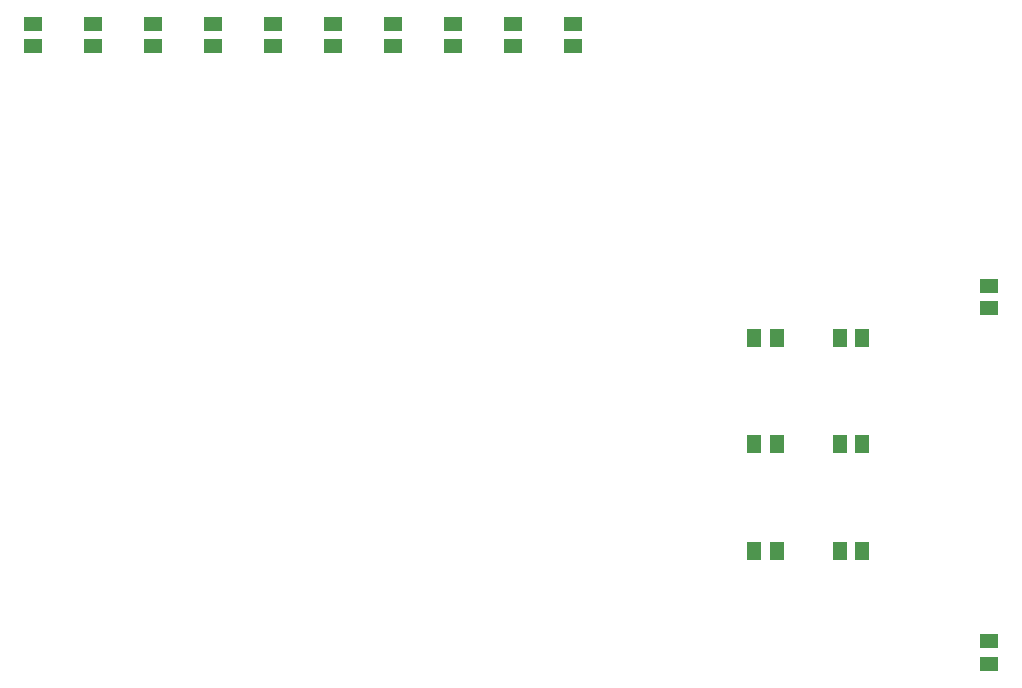
<source format=gbr>
G04 EAGLE Gerber RS-274X export*
G75*
%MOMM*%
%FSLAX34Y34*%
%LPD*%
%INSolderpaste Bottom*%
%IPPOS*%
%AMOC8*
5,1,8,0,0,1.08239X$1,22.5*%
G01*
%ADD10R,1.500000X1.300000*%
%ADD11R,1.300000X1.500000*%


D10*
X518010Y864110D03*
X518010Y845110D03*
X416410Y864110D03*
X416410Y845110D03*
X111610Y864110D03*
X111610Y845110D03*
X162410Y864110D03*
X162410Y845110D03*
X213210Y864110D03*
X213210Y845110D03*
X264010Y864110D03*
X264010Y845110D03*
X314810Y864110D03*
X314810Y845110D03*
X365610Y864110D03*
X365610Y845110D03*
X467210Y864110D03*
X467210Y845110D03*
X60810Y864110D03*
X60810Y845110D03*
D11*
X671220Y417830D03*
X690220Y417830D03*
X671220Y508000D03*
X690220Y508000D03*
X671220Y598170D03*
X690220Y598170D03*
X743610Y598170D03*
X762610Y598170D03*
X743610Y508000D03*
X762610Y508000D03*
X743610Y417830D03*
X762610Y417830D03*
D10*
X869950Y641960D03*
X869950Y622960D03*
X869950Y340970D03*
X869950Y321970D03*
M02*

</source>
